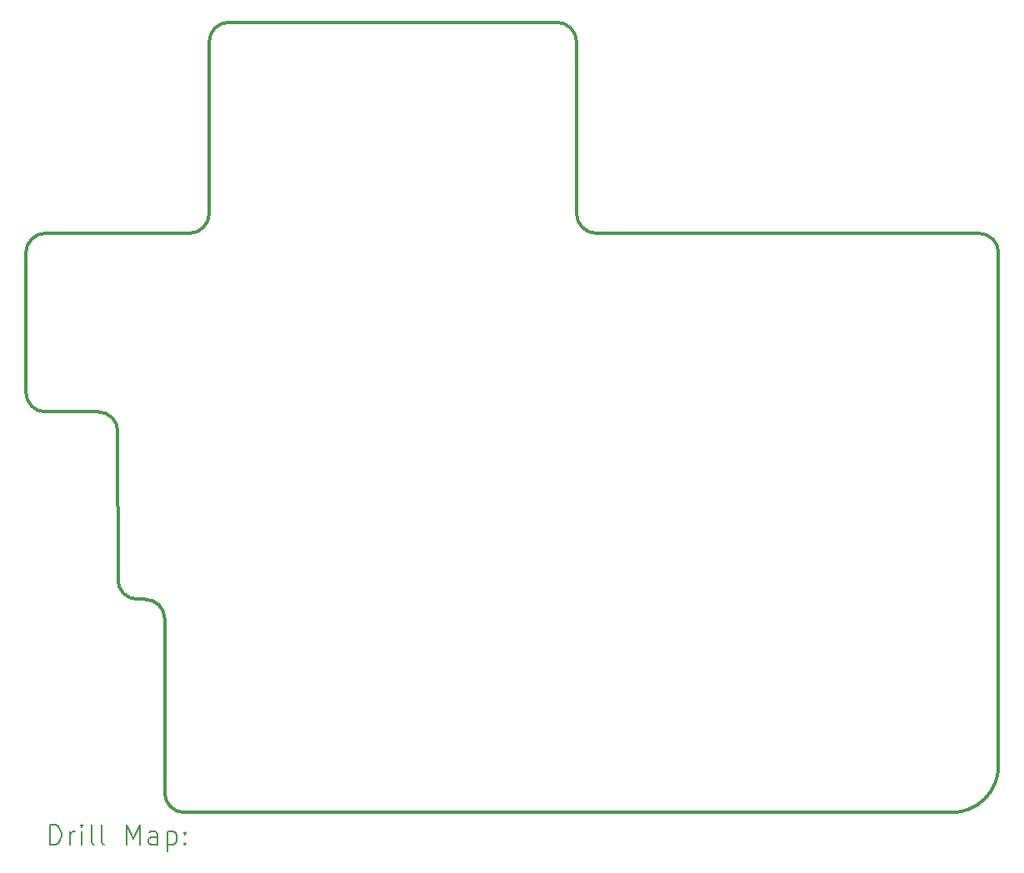
<source format=gbr>
%TF.GenerationSoftware,KiCad,Pcbnew,8.0.5*%
%TF.CreationDate,2024-09-30T06:21:50+09:00*%
%TF.ProjectId,SandyLP_Plate_Base_LR,53616e64-794c-4505-9f50-6c6174655f42,v.0*%
%TF.SameCoordinates,Original*%
%TF.FileFunction,Drillmap*%
%TF.FilePolarity,Positive*%
%FSLAX45Y45*%
G04 Gerber Fmt 4.5, Leading zero omitted, Abs format (unit mm)*
G04 Created by KiCad (PCBNEW 8.0.5) date 2024-09-30 06:21:50*
%MOMM*%
%LPD*%
G01*
G04 APERTURE LIST*
%ADD10C,0.300000*%
%ADD11C,0.200000*%
G04 APERTURE END LIST*
D10*
X19887547Y-5797528D02*
X19887547Y-7213005D01*
X20621766Y-7413005D02*
X20087547Y-7413005D01*
X20821766Y-7613005D02*
X20822719Y-9118001D01*
X21098016Y-9318001D02*
X21022719Y-9318001D01*
X21298016Y-9518001D02*
X21298969Y-11285653D01*
X21549735Y-5597528D02*
X20087547Y-5597528D01*
X21749735Y-3654403D02*
X21749735Y-5397528D01*
X25283484Y-3454403D02*
X21949735Y-3454403D01*
X25483484Y-3654403D02*
X25483484Y-5397528D01*
X29294734Y-11485653D02*
X21498969Y-11485653D01*
X29570984Y-5597528D02*
X25683484Y-5597528D01*
X29770984Y-5797528D02*
X29770984Y-11009403D01*
X19887547Y-5797528D02*
G75*
G02*
X20087547Y-5597534I199998J-4D01*
G01*
X20087547Y-7413005D02*
G75*
G02*
X19887541Y-7213005I-13J199994D01*
G01*
X20621766Y-7413005D02*
G75*
G02*
X20821761Y-7613005I-11J-200007D01*
G01*
X21022719Y-9318001D02*
G75*
G02*
X20822716Y-9118001I-5J199999D01*
G01*
X21098016Y-9318001D02*
G75*
G02*
X21298016Y-9518001I-11J-200011D01*
G01*
X21498969Y-11485653D02*
G75*
G02*
X21298964Y-11285653I-5J200001D01*
G01*
X21749735Y-3654403D02*
G75*
G02*
X21949735Y-3454402I200010J-9D01*
G01*
X21749735Y-5397528D02*
G75*
G02*
X21549735Y-5597532I-200000J-4D01*
G01*
X25283484Y-3454403D02*
G75*
G02*
X25483483Y-3654403I0J-199999D01*
G01*
X25683484Y-5597528D02*
G75*
G02*
X25483478Y-5397528I0J200006D01*
G01*
X29570984Y-5597528D02*
G75*
G02*
X29770988Y-5797528I0J-200004D01*
G01*
X29770984Y-11009403D02*
G75*
G02*
X29294734Y-11485652I-476250J1D01*
G01*
D11*
X20133318Y-11812137D02*
X20133318Y-11612137D01*
X20133318Y-11612137D02*
X20180937Y-11612137D01*
X20180937Y-11612137D02*
X20209508Y-11621661D01*
X20209508Y-11621661D02*
X20228556Y-11640708D01*
X20228556Y-11640708D02*
X20238080Y-11659756D01*
X20238080Y-11659756D02*
X20247604Y-11697851D01*
X20247604Y-11697851D02*
X20247604Y-11726422D01*
X20247604Y-11726422D02*
X20238080Y-11764518D01*
X20238080Y-11764518D02*
X20228556Y-11783565D01*
X20228556Y-11783565D02*
X20209508Y-11802613D01*
X20209508Y-11802613D02*
X20180937Y-11812137D01*
X20180937Y-11812137D02*
X20133318Y-11812137D01*
X20333318Y-11812137D02*
X20333318Y-11678803D01*
X20333318Y-11716899D02*
X20342842Y-11697851D01*
X20342842Y-11697851D02*
X20352365Y-11688327D01*
X20352365Y-11688327D02*
X20371413Y-11678803D01*
X20371413Y-11678803D02*
X20390461Y-11678803D01*
X20457127Y-11812137D02*
X20457127Y-11678803D01*
X20457127Y-11612137D02*
X20447604Y-11621661D01*
X20447604Y-11621661D02*
X20457127Y-11631184D01*
X20457127Y-11631184D02*
X20466651Y-11621661D01*
X20466651Y-11621661D02*
X20457127Y-11612137D01*
X20457127Y-11612137D02*
X20457127Y-11631184D01*
X20580937Y-11812137D02*
X20561889Y-11802613D01*
X20561889Y-11802613D02*
X20552365Y-11783565D01*
X20552365Y-11783565D02*
X20552365Y-11612137D01*
X20685699Y-11812137D02*
X20666651Y-11802613D01*
X20666651Y-11802613D02*
X20657127Y-11783565D01*
X20657127Y-11783565D02*
X20657127Y-11612137D01*
X20914270Y-11812137D02*
X20914270Y-11612137D01*
X20914270Y-11612137D02*
X20980937Y-11754994D01*
X20980937Y-11754994D02*
X21047604Y-11612137D01*
X21047604Y-11612137D02*
X21047604Y-11812137D01*
X21228556Y-11812137D02*
X21228556Y-11707375D01*
X21228556Y-11707375D02*
X21219032Y-11688327D01*
X21219032Y-11688327D02*
X21199985Y-11678803D01*
X21199985Y-11678803D02*
X21161889Y-11678803D01*
X21161889Y-11678803D02*
X21142842Y-11688327D01*
X21228556Y-11802613D02*
X21209508Y-11812137D01*
X21209508Y-11812137D02*
X21161889Y-11812137D01*
X21161889Y-11812137D02*
X21142842Y-11802613D01*
X21142842Y-11802613D02*
X21133318Y-11783565D01*
X21133318Y-11783565D02*
X21133318Y-11764518D01*
X21133318Y-11764518D02*
X21142842Y-11745470D01*
X21142842Y-11745470D02*
X21161889Y-11735946D01*
X21161889Y-11735946D02*
X21209508Y-11735946D01*
X21209508Y-11735946D02*
X21228556Y-11726422D01*
X21323794Y-11678803D02*
X21323794Y-11878803D01*
X21323794Y-11688327D02*
X21342842Y-11678803D01*
X21342842Y-11678803D02*
X21380937Y-11678803D01*
X21380937Y-11678803D02*
X21399985Y-11688327D01*
X21399985Y-11688327D02*
X21409508Y-11697851D01*
X21409508Y-11697851D02*
X21419032Y-11716899D01*
X21419032Y-11716899D02*
X21419032Y-11774041D01*
X21419032Y-11774041D02*
X21409508Y-11793089D01*
X21409508Y-11793089D02*
X21399985Y-11802613D01*
X21399985Y-11802613D02*
X21380937Y-11812137D01*
X21380937Y-11812137D02*
X21342842Y-11812137D01*
X21342842Y-11812137D02*
X21323794Y-11802613D01*
X21504746Y-11793089D02*
X21514270Y-11802613D01*
X21514270Y-11802613D02*
X21504746Y-11812137D01*
X21504746Y-11812137D02*
X21495223Y-11802613D01*
X21495223Y-11802613D02*
X21504746Y-11793089D01*
X21504746Y-11793089D02*
X21504746Y-11812137D01*
X21504746Y-11688327D02*
X21514270Y-11697851D01*
X21514270Y-11697851D02*
X21504746Y-11707375D01*
X21504746Y-11707375D02*
X21495223Y-11697851D01*
X21495223Y-11697851D02*
X21504746Y-11688327D01*
X21504746Y-11688327D02*
X21504746Y-11707375D01*
M02*

</source>
